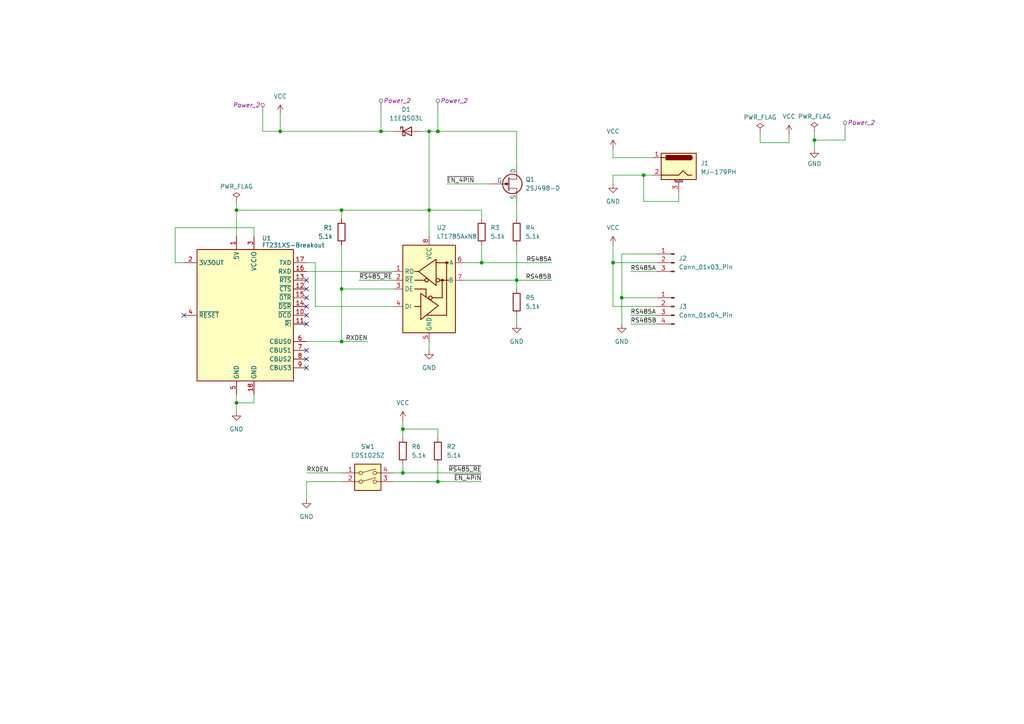
<source format=kicad_sch>
(kicad_sch (version 20231120) (generator "eeschema") (generator_version "8.0")
  (paper "A4")
  (lib_symbols
    (symbol "Connector:Barrel_Jack_MountingPin" (pin_names hide)
      (property "Reference" "J1" (at -6.35 0.9145 0))
      (property "Value" "MJ-179PH" (at -6.35 -1.6255 0))
      (symbol "Barrel_Jack_MountingPin_0_1"
        (rectangle (start -5.08 3.81) (end 5.08 -3.81) (stroke (width 0.254)) (fill (type background)))
        (arc (start -3.302 3.175) (mid -3.9343 2.54) (end -3.302 1.905) (stroke (width 0.254)))
        (arc (start -3.302 3.175) (mid -3.9343 2.54) (end -3.302 1.905) (stroke (width 0.254)) (fill (type outline)))
        (polyline (pts (xy 5.08 2.54) (xy 3.81 2.54)) (stroke (width 0.254)))
        (polyline (pts (xy -3.81 -2.54) (xy -2.54 -2.54) (xy -1.27 -1.27) (xy 0 -2.54) (xy 2.54 -2.54) (xy 5.08 -2.54)) (stroke (width 0.254)))
        (rectangle (start 3.683 3.175) (end -3.302 1.905) (stroke (width 0.254)) (fill (type outline)))
      )
      (symbol "Barrel_Jack_MountingPin_1_1"
        (polyline (pts (xy -1.016 -4.572) (xy 1.016 -4.572)) (stroke (width 0.1524)))
        (text "Mounting" (at 0 -4.191 0) (effects (font (size 0.381 0.381))))
        (pin passive line (at 7.62 2.54 180) (length 2.54) (name "~") (number "1"))
        (pin passive line (at 7.62 -2.54 180) (length 2.54) (name "~") (number "2"))
        (pin passive line (at 0 -7.62 90) (length 3.048) (name "MountPin") (number "3"))
      )
    )
    (symbol "Connector:Conn_01x03_Pin" (pin_names (offset 1.016) hide)
      (property "Reference" "J" (at 0 5.08 0))
      (property "Value" "Conn_01x03_Pin" (at 0 -5.08 0))
      (symbol "Conn_01x03_Pin_1_1"
        (polyline (pts (xy 1.27 -2.54) (xy 0.8636 -2.54)) (stroke (width 0.1524)))
        (polyline (pts (xy 1.27 0) (xy 0.8636 0)) (stroke (width 0.1524)))
        (polyline (pts (xy 1.27 2.54) (xy 0.8636 2.54)) (stroke (width 0.1524)))
        (rectangle (start 0.8636 -2.413) (end 0 -2.667) (stroke (width 0.1524)) (fill (type outline)))
        (rectangle (start 0.8636 0.127) (end 0 -0.127) (stroke (width 0.1524)) (fill (type outline)))
        (rectangle (start 0.8636 2.667) (end 0 2.413) (stroke (width 0.1524)) (fill (type outline)))
        (pin passive line (at 5.08 2.54 180) (length 3.81) (name "Pin_1") (number "1"))
        (pin passive line (at 5.08 0 180) (length 3.81) (name "Pin_2") (number "2"))
        (pin passive line (at 5.08 -2.54 180) (length 3.81) (name "Pin_3") (number "3"))
      )
    )
    (symbol "Connector:Conn_01x04_Pin" (pin_names (offset 1.016) hide)
      (property "Reference" "J" (at 0 5.08 0))
      (property "Value" "Conn_01x04_Pin" (at 0 -7.62 0))
      (symbol "Conn_01x04_Pin_1_1"
        (polyline (pts (xy 1.27 -5.08) (xy 0.8636 -5.08)) (stroke (width 0.1524)))
        (polyline (pts (xy 1.27 -2.54) (xy 0.8636 -2.54)) (stroke (width 0.1524)))
        (polyline (pts (xy 1.27 0) (xy 0.8636 0)) (stroke (width 0.1524)))
        (polyline (pts (xy 1.27 2.54) (xy 0.8636 2.54)) (stroke (width 0.1524)))
        (rectangle (start 0.8636 -4.953) (end 0 -5.207) (stroke (width 0.1524)) (fill (type outline)))
        (rectangle (start 0.8636 -2.413) (end 0 -2.667) (stroke (width 0.1524)) (fill (type outline)))
        (rectangle (start 0.8636 0.127) (end 0 -0.127) (stroke (width 0.1524)) (fill (type outline)))
        (rectangle (start 0.8636 2.667) (end 0 2.413) (stroke (width 0.1524)) (fill (type outline)))
        (pin passive line (at 5.08 2.54 180) (length 3.81) (name "Pin_1") (number "1"))
        (pin passive line (at 5.08 0 180) (length 3.81) (name "Pin_2") (number "2"))
        (pin passive line (at 5.08 -2.54 180) (length 3.81) (name "Pin_3") (number "3"))
        (pin passive line (at 5.08 -5.08 180) (length 3.81) (name "Pin_4") (number "4"))
      )
    )
    (symbol "Device:D_Schottky" (pin_numbers hide) (pin_names (offset 1.016) hide)
      (property "Reference" "D" (at 0 2.54 0))
      (property "Value" "D_Schottky" (at 0 -2.54 0))
      (symbol "D_Schottky_0_1"
        (polyline (pts (xy 1.27 0) (xy -1.27 0)))
        (polyline (pts (xy 1.27 1.27) (xy 1.27 -1.27) (xy -1.27 0) (xy 1.27 1.27)) (stroke (width 0.254)))
        (polyline (pts (xy -1.905 0.635) (xy -1.905 1.27) (xy -1.27 1.27) (xy -1.27 -1.27) (xy -0.635 -1.27) (xy -0.635 -0.635)) (stroke (width 0.254)))
      )
      (symbol "D_Schottky_1_1"
        (pin passive line (at -3.81 0 0) (length 2.54) (name "K") (number "1"))
        (pin passive line (at 3.81 0 180) (length 2.54) (name "A") (number "2"))
      )
    )
    (symbol "Device:R" (pin_numbers hide) (pin_names (offset 0))
      (property "Reference" "R" (at 2.032 0 90))
      (property "Value" "R" (at 0 0 90))
      (symbol "R_0_1"
        (rectangle (start -1.016 -2.54) (end 1.016 2.54) (stroke (width 0.254)))
      )
      (symbol "R_1_1"
        (pin passive line (at 0 3.81 270) (length 1.27) (name "~") (number "1"))
        (pin passive line (at 0 -3.81 90) (length 1.27) (name "~") (number "2"))
      )
    )
    (symbol "Interface_UART:LT1785AxN8"
      (property "Reference" "U" (at -6.985 13.97 0))
      (property "Value" "LT1785AxN8" (at 6.35 13.97 0))
      (symbol "LT1785AxN8_0_1"
        (rectangle (start -7.62 12.7) (end 7.62 -12.7) (stroke (width 0.254)) (fill (type background)))
      )
      (symbol "LT1785AxN8_1_1"
        (circle (center -0.762 2.54) (radius 0.508) (stroke (width 0.254)))
        (polyline (pts (xy -4.191 2.54) (xy -1.27 2.54)) (stroke (width 0.254)))
        (polyline (pts (xy -2.54 -5.08) (xy -4.191 -5.08)) (stroke (width 0.254)))
        (polyline (pts (xy -0.635 -7.62) (xy 5.08 -7.62)) (stroke (width 0.254)))
        (polyline (pts (xy 0.889 -2.54) (xy 3.81 -2.54)) (stroke (width 0.254)))
        (polyline (pts (xy 2.032 7.62) (xy 5.715 7.62)) (stroke (width 0.254)))
        (polyline (pts (xy 3.048 2.54) (xy 5.715 2.54)) (stroke (width 0.254)))
        (polyline (pts (xy 3.81 -2.54) (xy 3.81 2.54)) (stroke (width 0.254)))
        (polyline (pts (xy 5.08 -7.62) (xy 5.08 7.62)) (stroke (width 0.254)))
        (polyline (pts (xy -4.191 0) (xy -0.889 0) (xy -0.889 -2.286)) (stroke (width 0.254)))
        (polyline (pts (xy -3.175 5.08) (xy -4.191 5.08) (xy -4.064 5.08)) (stroke (width 0.254)))
        (polyline (pts (xy -2.413 -5.08) (xy -2.413 -1.27) (xy 2.667 -4.826) (xy -2.413 -8.89) (xy -2.413 -5.08)) (stroke (width 0.254)))
        (polyline (pts (xy 2.032 4.826) (xy 2.032 8.636) (xy -3.048 5.08) (xy 2.032 1.016) (xy 2.032 4.826)) (stroke (width 0.254)))
        (circle (center 0.381 -2.54) (radius 0.508) (stroke (width 0.254)))
        (circle (center 2.54 2.54) (radius 0.508) (stroke (width 0.254)))
        (circle (center 3.81 2.54) (radius 0.2794) (stroke (width 0.254)) (fill (type outline)))
        (circle (center 5.08 7.62) (radius 0.2794) (stroke (width 0.254)) (fill (type outline)))
        (pin output line (at -10.16 5.08 0) (length 2.54) (name "RO") (number "1"))
        (pin input line (at -10.16 2.54 0) (length 2.54) (name "~{RE}") (number "2"))
        (pin input line (at -10.16 0 0) (length 2.54) (name "DE") (number "3"))
        (pin input line (at -10.16 -5.08 0) (length 2.54) (name "DI") (number "4"))
        (pin power_in line (at 0 -15.24 90) (length 2.54) (name "GND") (number "5"))
        (pin bidirectional line (at 10.16 7.62 180) (length 2.54) (name "A") (number "6"))
        (pin bidirectional line (at 10.16 2.54 180) (length 2.54) (name "B") (number "7"))
        (pin power_in line (at 0 15.24 270) (length 2.54) (name "VCC") (number "8"))
      )
    )
    (symbol "Simulation_SPICE:PJFET" (pin_numbers hide) (pin_names (offset 0))
      (property "Reference" "Q" (at 5.08 1.27 0))
      (property "Value" "PJFET" (at 5.08 -1.27 0))
      (symbol "PJFET_0_1"
        (polyline (pts (xy 0.254 1.905) (xy 0.254 -1.905) (xy 0.254 -1.905)) (stroke (width 0.254)))
        (polyline (pts (xy 2.54 -2.54) (xy 2.54 -1.27) (xy 0.254 -1.27)))
        (polyline (pts (xy 2.54 2.54) (xy 2.54 1.397) (xy 0.254 1.397)))
        (polyline (pts (xy -1.143 0) (xy -0.127 0.381) (xy -0.127 -0.381) (xy -1.143 0)) (fill (type outline)))
        (circle (center 1.27 0) (radius 2.8194) (stroke (width 0.254)))
      )
      (symbol "PJFET_1_1"
        (pin passive line (at 2.54 5.08 270) (length 2.54) (name "D") (number "1"))
        (pin input line (at -5.08 0 0) (length 5.334) (name "G") (number "2"))
        (pin passive line (at 2.54 -5.08 90) (length 2.54) (name "S") (number "3"))
      )
    )
    (symbol "Switch:SW_DIP_x02" (pin_names (offset 0) hide)
      (property "Reference" "SW" (at 0 6.35 0))
      (property "Value" "SW_DIP_x02" (at 0 -3.81 0))
      (symbol "SW_DIP_x02_0_0"
        (circle (center -2.032 0) (radius 0.508))
        (circle (center -2.032 2.54) (radius 0.508))
        (polyline (pts (xy -1.524 0.127) (xy 2.3622 1.1684)))
        (polyline (pts (xy -1.524 2.667) (xy 2.3622 3.7084)))
        (circle (center 2.032 0) (radius 0.508))
        (circle (center 2.032 2.54) (radius 0.508))
      )
      (symbol "SW_DIP_x02_0_1"
        (rectangle (start -3.81 5.08) (end 3.81 -2.54) (stroke (width 0.254)) (fill (type background)))
      )
      (symbol "SW_DIP_x02_1_1"
        (pin passive line (at -7.62 2.54 0) (length 5.08) (name "~") (number "1"))
        (pin passive line (at -7.62 0 0) (length 5.08) (name "~") (number "2"))
        (pin passive line (at 7.62 0 180) (length 5.08) (name "~") (number "3"))
        (pin passive line (at 7.62 2.54 180) (length 5.08) (name "~") (number "4"))
      )
    )
    (symbol "SymbolLibrary:FT231XS_Breakout"
      (property "Reference" "U" (at -13.97 20.32 0))
      (property "Value" "FT231XS_Breakout" (at 7.62 20.32 0))
      (symbol "FT231XS_Breakout_0_1"
        (rectangle (start -13.97 19.05) (end 13.97 -19.05) (stroke (width 0.254)) (fill (type background)))
      )
      (symbol "FT231XS_Breakout_1_1"
        (pin power_in line (at -2.54 22.86 270) (length 3.81) (name "5V") (number "1"))
        (pin input line (at 17.78 0 180) (length 3.81) (name "~{DCD}") (number "10"))
        (pin input line (at 17.78 -2.54 180) (length 3.81) (name "~{RI}") (number "11"))
        (pin input line (at 17.78 7.62 180) (length 3.81) (name "~{CTS}") (number "12"))
        (pin output line (at 17.78 10.16 180) (length 3.81) (name "~{RTS}") (number "13"))
        (pin input line (at 17.78 2.54 180) (length 3.81) (name "~{DSR}") (number "14"))
        (pin output line (at 17.78 5.08 180) (length 3.81) (name "~{DTR}") (number "15"))
        (pin input line (at 17.78 12.7 180) (length 3.81) (name "RXD") (number "16"))
        (pin output line (at 17.78 15.24 180) (length 3.81) (name "TXD") (number "17"))
        (pin power_in line (at 2.54 -22.86 90) (length 3.81) (name "GND") (number "18"))
        (pin power_out line (at -17.78 15.24 0) (length 3.81) (name "3V3OUT") (number "2"))
        (pin power_in line (at 2.54 22.86 270) (length 3.81) (name "VCCIO") (number "3"))
        (pin input line (at -17.78 0 0) (length 3.81) (name "~{RESET}") (number "4"))
        (pin power_in line (at -2.54 -22.86 90) (length 3.81) (name "GND") (number "5"))
        (pin bidirectional line (at 17.78 -7.62 180) (length 3.81) (name "CBUS0") (number "6"))
        (pin bidirectional line (at 17.78 -10.16 180) (length 3.81) (name "CBUS1") (number "7"))
        (pin bidirectional line (at 17.78 -12.7 180) (length 3.81) (name "CBUS2") (number "8"))
        (pin bidirectional line (at 17.78 -15.24 180) (length 3.81) (name "CBUS3") (number "9"))
      )
    )
    (symbol "power:GND" (power) (pin_names (offset 0))
      (property "Value" "GND" (at 0 -3.81 0))
      (symbol "GND_0_1"
        (polyline (pts (xy 0 0) (xy 0 -1.27) (xy 1.27 -1.27) (xy 0 -2.54) (xy -1.27 -1.27) (xy 0 -1.27)))
      )
      (symbol "GND_1_1"
        (pin power_in line (at 0 0 270) (length 0) hide (name "GND") (number "1"))
      )
    )
    (symbol "power:PWR_FLAG" (power) (pin_numbers hide) (pin_names (offset 0) hide)
      (property "Value" "PWR_FLAG" (at 0 3.81 0))
      (symbol "PWR_FLAG_0_0"
        (pin power_out line (at 0 0 90) (length 0) (name "pwr") (number "1"))
      )
      (symbol "PWR_FLAG_0_1"
        (polyline (pts (xy 0 0) (xy 0 1.27) (xy -1.016 1.905) (xy 0 2.54) (xy 1.016 1.905) (xy 0 1.27)))
      )
    )
    (symbol "power:VCC" (power) (pin_names (offset 0))
      (property "Value" "VCC" (at 0 3.81 0))
      (symbol "VCC_0_1"
        (polyline (pts (xy -0.762 1.27) (xy 0 2.54)))
        (polyline (pts (xy 0 0) (xy 0 2.54)))
        (polyline (pts (xy 0 2.54) (xy 0.762 1.27)))
      )
      (symbol "VCC_1_1"
        (pin power_in line (at 0 0 90) (length 0) hide (name "VCC") (number "1"))
      )
    )
  )
  (junction (at 116.84 124.46))
  (junction (at 186.69 50.8))
  (junction (at 124.46 38.1))
  (junction (at 149.86 81.28))
  (junction (at 124.46 60.96))
  (junction (at 110.49 38.1))
  (junction (at 99.06 60.96))
  (junction (at 81.28 38.1))
  (junction (at 139.7 76.2))
  (junction (at 99.06 83.82))
  (junction (at 127 38.1))
  (junction (at 68.58 60.96))
  (junction (at 177.8 76.2))
  (junction (at 127 139.7))
  (junction (at 68.58 116.84))
  (junction (at 99.06 99.06))
  (junction (at 180.34 86.36))
  (junction (at 116.84 137.16))
  (junction (at 236.22 40.64))
  (no_connect (at 88.9 106.68))
  (no_connect (at 88.9 91.44))
  (no_connect (at 88.9 101.6))
  (no_connect (at 88.9 93.98))
  (no_connect (at 88.9 81.28))
  (no_connect (at 88.9 88.9))
  (no_connect (at 53.34 91.44))
  (no_connect (at 88.9 83.82))
  (no_connect (at 88.9 104.14))
  (no_connect (at 88.9 86.36))
  (wire (pts (xy 186.69 58.42) (xy 186.69 50.8)))
  (wire (pts (xy 134.62 81.28) (xy 149.86 81.28)))
  (wire (pts (xy 180.34 73.66) (xy 190.5 73.66)))
  (wire (pts (xy 68.58 116.84) (xy 73.66 116.84)))
  (wire (pts (xy 124.46 60.96) (xy 124.46 68.58)))
  (wire (pts (xy 139.7 60.96) (xy 139.7 63.5)))
  (wire (pts (xy 177.8 88.9) (xy 177.8 76.2)))
  (wire (pts (xy 149.86 71.12) (xy 149.86 81.28)))
  (wire (pts (xy 124.46 38.1) (xy 124.46 60.96)))
  (wire (pts (xy 116.84 124.46) (xy 116.84 127)))
  (wire (pts (xy 88.9 78.74) (xy 114.3 78.74)))
  (wire (pts (xy 149.86 38.1) (xy 127 38.1)))
  (wire (pts (xy 180.34 86.36) (xy 180.34 93.98)))
  (wire (pts (xy 182.88 91.44) (xy 190.5 91.44)))
  (wire (pts (xy 73.66 66.04) (xy 73.66 68.58)))
  (wire (pts (xy 127 139.7) (xy 139.7 139.7)))
  (wire (pts (xy 124.46 101.6) (xy 124.46 99.06)))
  (wire (pts (xy 68.58 60.96) (xy 68.58 68.58)))
  (wire (pts (xy 236.22 40.64) (xy 236.22 43.18)))
  (wire (pts (xy 220.472 41.402) (xy 228.854 41.402)))
  (wire (pts (xy 139.7 71.12) (xy 139.7 76.2)))
  (wire (pts (xy 99.06 71.12) (xy 99.06 83.82)))
  (wire (pts (xy 110.49 38.1) (xy 114.3 38.1)))
  (wire (pts (xy 149.86 58.42) (xy 149.86 63.5)))
  (wire (pts (xy 180.34 73.66) (xy 180.34 86.36)))
  (wire (pts (xy 177.8 88.9) (xy 190.5 88.9)))
  (wire (pts (xy 121.92 38.1) (xy 124.46 38.1)))
  (wire (pts (xy 127 38.1) (xy 124.46 38.1)))
  (wire (pts (xy 73.66 116.84) (xy 73.66 114.3)))
  (wire (pts (xy 116.84 134.62) (xy 116.84 137.16)))
  (wire (pts (xy 160.02 76.2) (xy 139.7 76.2)))
  (wire (pts (xy 88.9 139.7) (xy 99.06 139.7)))
  (wire (pts (xy 114.3 139.7) (xy 127 139.7)))
  (wire (pts (xy 116.84 137.16) (xy 139.7 137.16)))
  (wire (pts (xy 99.06 83.82) (xy 114.3 83.82)))
  (wire (pts (xy 134.62 76.2) (xy 139.7 76.2)))
  (wire (pts (xy 124.46 60.96) (xy 139.7 60.96)))
  (wire (pts (xy 114.3 137.16) (xy 116.84 137.16)))
  (wire (pts (xy 91.44 76.2) (xy 91.44 88.9)))
  (wire (pts (xy 88.9 99.06) (xy 99.06 99.06)))
  (wire (pts (xy 99.06 83.82) (xy 99.06 99.06)))
  (wire (pts (xy 76.2 33.02) (xy 76.2 38.1)))
  (wire (pts (xy 182.88 78.74) (xy 190.5 78.74)))
  (wire (pts (xy 68.58 60.96) (xy 99.06 60.96)))
  (wire (pts (xy 177.8 53.34) (xy 177.8 50.8)))
  (wire (pts (xy 81.28 38.1) (xy 110.49 38.1)))
  (wire (pts (xy 196.85 55.88) (xy 196.85 58.42)))
  (wire (pts (xy 186.69 50.8) (xy 189.23 50.8)))
  (wire (pts (xy 177.8 50.8) (xy 186.69 50.8)))
  (wire (pts (xy 245.11 38.1) (xy 245.11 40.64)))
  (wire (pts (xy 99.06 63.5) (xy 99.06 60.96)))
  (wire (pts (xy 127 134.62) (xy 127 139.7)))
  (wire (pts (xy 76.2 38.1) (xy 81.28 38.1)))
  (wire (pts (xy 68.58 58.42) (xy 68.58 60.96)))
  (wire (pts (xy 180.34 86.36) (xy 190.5 86.36)))
  (wire (pts (xy 73.66 66.04) (xy 50.8 66.04)))
  (wire (pts (xy 182.88 93.98) (xy 190.5 93.98)))
  (wire (pts (xy 189.23 45.72) (xy 177.8 45.72)))
  (wire (pts (xy 177.8 76.2) (xy 177.8 71.12)))
  (wire (pts (xy 236.22 38.1) (xy 236.22 40.64)))
  (wire (pts (xy 149.86 81.28) (xy 160.02 81.28)))
  (wire (pts (xy 110.49 31.75) (xy 110.49 38.1)))
  (wire (pts (xy 50.8 66.04) (xy 50.8 76.2)))
  (wire (pts (xy 149.86 48.26) (xy 149.86 38.1)))
  (wire (pts (xy 177.8 76.2) (xy 190.5 76.2)))
  (wire (pts (xy 228.854 38.862) (xy 228.854 41.402)))
  (wire (pts (xy 99.06 60.96) (xy 124.46 60.96)))
  (wire (pts (xy 91.44 88.9) (xy 114.3 88.9)))
  (wire (pts (xy 116.84 121.92) (xy 116.84 124.46)))
  (wire (pts (xy 88.9 139.7) (xy 88.9 144.78)))
  (wire (pts (xy 220.472 38.354) (xy 220.472 41.402)))
  (wire (pts (xy 99.06 99.06) (xy 106.68 99.06)))
  (wire (pts (xy 104.14 81.28) (xy 114.3 81.28)))
  (wire (pts (xy 88.9 137.16) (xy 99.06 137.16)))
  (wire (pts (xy 116.84 124.46) (xy 127 124.46)))
  (wire (pts (xy 129.54 53.34) (xy 142.24 53.34)))
  (wire (pts (xy 149.86 91.44) (xy 149.86 93.98)))
  (wire (pts (xy 50.8 76.2) (xy 53.34 76.2)))
  (wire (pts (xy 68.58 116.84) (xy 68.58 119.38)))
  (wire (pts (xy 236.22 40.64) (xy 245.11 40.64)))
  (wire (pts (xy 81.28 33.02) (xy 81.28 38.1)))
  (wire (pts (xy 127 31.75) (xy 127 38.1)))
  (wire (pts (xy 196.85 58.42) (xy 186.69 58.42)))
  (wire (pts (xy 88.9 76.2) (xy 91.44 76.2)))
  (wire (pts (xy 68.58 114.3) (xy 68.58 116.84)))
  (wire (pts (xy 127 124.46) (xy 127 127)))
  (wire (pts (xy 177.8 45.72) (xy 177.8 43.18)))
  (wire (pts (xy 149.86 83.82) (xy 149.86 81.28)))
  (label "~{EN_4PIN}" (at 139.7 139.7 180))
  (label "RS485A" (at 182.88 78.74 0))
  (label "~{RS485_RE}" (at 104.14 81.28 0))
  (label "RXDEN" (at 106.68 99.06 180))
  (label "~{RS485_RE}" (at 139.7 137.16 180))
  (label "RS485B" (at 182.88 93.98 0))
  (label "~{EN_4PIN}" (at 129.54 53.34 0))
  (label "RS485A" (at 182.88 91.44 0))
  (label "RXDEN" (at 88.9 137.16 0))
  (label "RS485B" (at 160.02 81.28 180))
  (label "RS485A" (at 160.02 76.2 180))
  (netclass_flag "" (length 2.54) (shape round) (at 245.11 38.1 0) (property "Netclass" "Power_2" (at 245.8085 35.56 0) (effects (font (italic yes)) (justify left))))
  (netclass_flag "" (length 2.54) (shape round) (at 110.49 31.75 0) (property "Netclass" "Power_2" (at 111.1885 29.21 0) (effects (font (italic yes)) (justify left))))
  (netclass_flag "" (length 2.54) (shape round) (at 76.2 33.02 0) (property "Netclass" "Power_2" (at 75.5015 30.48 0) (effects (font (italic yes)) (justify right))))
  (netclass_flag "" (length 2.54) (shape round) (at 127 31.75 0) (property "Netclass" "Power_2" (at 127.6985 29.21 0) (effects (font (italic yes)) (justify left))))
  (symbol (lib_id "power:GND") (at 149.86 93.98 0) (unit 1)
    (property "Reference" "#PWR03" (effects (hide yes)))
    (property "Value" "GND" (at 149.86 99.06 0))
  )
  (symbol (lib_id "Connector:Conn_01x04_Pin") (at 195.58 88.9 0) (mirror y) (unit 1)
    (property "Reference" "J3" (at 196.85 88.9 0) (effects (justify right)))
    (property "Value" "Conn_01x04_Pin" (at 196.85 91.44 0) (effects (justify right)))
    (property "Footprint" "Connector_JST:JST_EH_S4B-EH_1x04_P2.50mm_Horizontal" (effects (hide yes)))
    (property "URL" "https://www.marutsu.co.jp/pc/i/46603/" (effects (hide yes)))
  )
  (symbol (lib_id "power:GND") (at 68.58 119.38 0) (unit 1)
    (property "Reference" "#PWR01" (effects (hide yes)))
    (property "Value" "GND" (at 68.58 124.46 0))
  )
  (symbol (lib_id "Device:R") (at 149.86 67.31 180) (unit 1)
    (property "Reference" "R4" (at 152.4 66.04 0) (effects (justify right)))
    (property "Value" "5.1k" (at 152.4 68.58 0) (effects (justify right)))
    (property "Footprint" "Resistor_THT:R_Axial_DIN0207_L6.3mm_D2.5mm_P10.16mm_Horizontal" (effects (hide yes)))
  )
  (symbol (lib_id "power:GND") (at 124.46 101.6 0) (unit 1)
    (property "Reference" "#PWR02" (effects (hide yes)))
    (property "Value" "GND" (at 124.46 106.68 0))
  )
  (symbol (lib_id "power:GND") (at 88.9 144.78 0) (unit 1)
    (property "Reference" "#PWR011" (effects (hide yes)))
    (property "Value" "GND" (at 88.9 149.86 0))
  )
  (symbol (lib_id "power:GND") (at 236.22 43.18 0) (unit 1)
    (property "Reference" "#PWR09" (effects (hide yes)))
    (property "Value" "GND" (at 236.22 47.498 0))
  )
  (symbol (lib_id "Switch:SW_DIP_x02") (at 106.68 139.7 0) (unit 1)
    (property "Reference" "SW1" (at 106.68 129.54 0))
    (property "Value" "EDS102SZ" (at 106.68 132.08 0))
    (property "Footprint" "Button_Switch_THT:SW_DIP_SPSTx02_Slide_9.78x7.26mm_W7.62mm_P2.54mm" (effects (hide yes)))
    (property "Description" "2x DIP Switch, Single Pole Single Throw (SPST) switch, small symbol" (effects (hide yes)))
  )
  (symbol (lib_id "power:VCC") (at 177.8 43.18 0) (unit 1)
    (property "Reference" "#PWR04" (effects (hide yes)))
    (property "Value" "VCC" (at 177.8 38.1 0))
  )
  (symbol (lib_id "power:PWR_FLAG") (at 68.58 58.42 0) (unit 1)
    (property "Reference" "#FLG01" (effects (hide yes)))
    (property "Value" "PWR_FLAG" (at 68.58 54.102 0))
  )
  (symbol (lib_id "Device:D_Schottky") (at 118.11 38.1 0) (unit 1)
    (property "Reference" "D1" (at 117.7925 31.75 0))
    (property "Value" "11EQS03L" (at 117.7925 34.29 0))
    (property "Footprint" "Diode_THT:D_T-1_P10.16mm_Horizontal" (effects (hide yes)))
    (property "Description" "Schottky diode" (effects (hide yes)))
    (property "URL" "https://akizukidenshi.com/catalog/g/g111362/" (effects (hide yes)))
  )
  (symbol (lib_id "Device:R") (at 116.84 130.81 180) (unit 1)
    (property "Reference" "R6" (at 119.38 129.54 0) (effects (justify right)))
    (property "Value" "5.1k" (at 119.38 132.08 0) (effects (justify right)))
    (property "Footprint" "Resistor_THT:R_Axial_DIN0207_L6.3mm_D2.5mm_P10.16mm_Horizontal" (effects (hide yes)))
  )
  (symbol (lib_id "power:PWR_FLAG") (at 220.472 38.354 0) (unit 1)
    (property "Reference" "#FLG02" (effects (hide yes)))
    (property "Value" "PWR_FLAG" (at 220.472 34.036 0))
  )
  (symbol (lib_id "power:PWR_FLAG") (at 236.22 38.1 0) (unit 1)
    (property "Reference" "#FLG03" (effects (hide yes)))
    (property "Value" "PWR_FLAG" (at 236.22 33.782 0))
  )
  (symbol (lib_id "power:GND") (at 177.8 53.34 0) (unit 1)
    (property "Reference" "#PWR05" (effects (hide yes)))
    (property "Value" "GND" (at 177.8 58.42 0))
  )
  (symbol (lib_id "Simulation_SPICE:PJFET") (at 147.32 53.34 0) (unit 1)
    (property "Reference" "Q1" (at 152.4 52.0699 0) (effects (justify left)))
    (property "Value" "2SJ498-D" (at 152.4 54.6099 0) (effects (justify left)))
    (property "Footprint" "Package_TO_SOT_THT:TO-92S_Wide" (effects (hide yes)))
    (property "Datasheet" "https://ngspice.sourceforge.io/docs/ngspice-html-manual/manual.xhtml#cha_JFETs" (effects (hide yes)))
    (property "Description" "P-JFET transistor, for simulation only" (effects (hide yes)))
    (property "Sim.Device" "PJFET" (effects (hide yes)))
    (property "Sim.Type" "SHICHMANHODGES" (effects (hide yes)))
    (property "Sim.Pins" "1=D 2=G 3=S" (effects (hide yes)))
    (property "URL" "https://akizukidenshi.com/catalog/g/g111509/" (effects (hide yes)))
  )
  (symbol (lib_id "power:GND") (at 180.34 93.98 0) (unit 1)
    (property "Reference" "#PWR07" (effects (hide yes)))
    (property "Value" "GND" (at 180.34 99.06 0))
  )
  (symbol (lib_id "Connector:Barrel_Jack_MountingPin") (at 196.85 48.26 0) (mirror y) (unit 1)
    (property "Reference" "J1" (at 203.2 47.3455 0) (effects (justify right)))
    (property "Value" "MJ-179PH" (at 203.2 49.8855 0) (effects (justify right)))
    (property "Footprint" "Connector_BarrelJack:BarrelJack_Horizontal" (effects (hide yes)))
    (property "Description" "DC Barrel Jack with a mounting pin" (effects (hide yes)))
    (property "URL" "https://akizukidenshi.com/catalog/g/g106568" (effects (hide yes)))
  )
  (symbol (lib_id "Device:R") (at 149.86 87.63 180) (unit 1)
    (property "Reference" "R5" (at 152.4 86.36 0) (effects (justify right)))
    (property "Value" "5.1k" (at 152.4 88.9 0) (effects (justify right)))
    (property "Footprint" "Resistor_THT:R_Axial_DIN0207_L6.3mm_D2.5mm_P10.16mm_Horizontal" (effects (hide yes)))
  )
  (symbol (lib_id "Connector:Conn_01x03_Pin") (at 195.58 76.2 0) (mirror y) (unit 1)
    (property "Reference" "J2" (at 196.85 74.9299 0) (effects (justify right)))
    (property "Value" "Conn_01x03_Pin" (at 196.85 77.4699 0) (effects (justify right)))
    (property "Footprint" "Connector_PinHeader_2.54mm:PinHeader_1x03_P2.54mm_Horizontal" (effects (hide yes)))
    (property "Description" "Generic connector, single row, 01x03, script generated" (effects (hide yes)))
  )
  (symbol (lib_id "Device:R") (at 99.06 67.31 0) (mirror x) (unit 1)
    (property "Reference" "R1" (at 96.52 66.04 0) (effects (justify right)))
    (property "Value" "5.1k" (at 96.52 68.58 0) (effects (justify right)))
    (property "Footprint" "Resistor_THT:R_Axial_DIN0207_L6.3mm_D2.5mm_P10.16mm_Horizontal" (effects (hide yes)))
  )
  (symbol (lib_id "Device:R") (at 139.7 67.31 180) (unit 1)
    (property "Reference" "R3" (at 142.24 66.04 0) (effects (justify right)))
    (property "Value" "5.1k" (at 142.24 68.58 0) (effects (justify right)))
    (property "Footprint" "Resistor_THT:R_Axial_DIN0207_L6.3mm_D2.5mm_P10.16mm_Horizontal" (effects (hide yes)))
  )
  (symbol (lib_id "Interface_UART:LT1785AxN8") (at 124.46 83.82 0) (unit 1)
    (property "Reference" "U2" (at 126.6541 66.04 0) (effects (justify left)))
    (property "Value" "LT1785AxN8" (at 126.6541 68.58 0) (effects (justify left)))
    (property "Footprint" "Package_DIP:DIP-8_W7.62mm_Socket_LongPads" (effects (hide yes)))
    (property "Datasheet" "https://www.analog.com/media/en/technical-documentation/data-sheets/LT1785-1785A-1791-1791A.pdf" (effects (hide yes)))
    (property "URL" "https://akizukidenshi.com/catalog/g/g115806/" (effects (hide yes)))
  )
  (symbol (lib_id "power:VCC") (at 81.28 33.02 0) (unit 1)
    (property "Reference" "#PWR010" (effects (hide yes)))
    (property "Value" "VCC" (at 81.28 27.94 0))
  )
  (symbol (lib_id "power:VCC") (at 116.84 121.92 0) (unit 1)
    (property "Reference" "#PWR012" (effects (hide yes)))
    (property "Value" "VCC" (at 116.84 116.84 0))
  )
  (symbol (lib_id "Device:R") (at 127 130.81 180) (unit 1)
    (property "Reference" "R2" (at 129.54 129.5399 0) (effects (justify right)))
    (property "Value" "5.1k" (at 129.54 132.0799 0) (effects (justify right)))
    (property "Footprint" "Resistor_THT:R_Axial_DIN0207_L6.3mm_D2.5mm_P10.16mm_Horizontal" (effects (hide yes)))
  )
  (symbol (lib_id "power:VCC") (at 228.854 38.862 0) (unit 1)
    (property "Reference" "#PWR08" (effects (hide yes)))
    (property "Value" "VCC" (at 228.854 33.782 0))
  )
  (symbol (lib_id "SymbolLibrary:FT231XS_Breakout") (at 71.12 91.44 0) (unit 1)
    (property "Reference" "U1" (at 75.946 69.088 0) (effects (justify left)))
    (property "Value" "FT231XS-Breakout" (at 75.946 71.12 0) (effects (justify left)))
    (property "Footprint" "FootprintLibrary:DIP-18_500_ELL" (effects (hide yes)))
    (property "Datasheet" "https://www.ftdichip.com/Support/Documents/DataSheets/ICs/DS_FT231X.pdf" (effects (hide yes)))
    (property "Description" "Full Speed USB to Full Handshake UART, SSOP-20" (effects (hide yes)))
    (property "URL" "https://www.marutsu.co.jp/pc/i/1557619/" (effects (hide yes)))
  )
  (symbol (lib_id "power:VCC") (at 177.8 71.12 0) (unit 1)
    (property "Reference" "#PWR06" (effects (hide yes)))
    (property "Value" "VCC" (at 177.8 66.04 0))
  )
)
</source>
